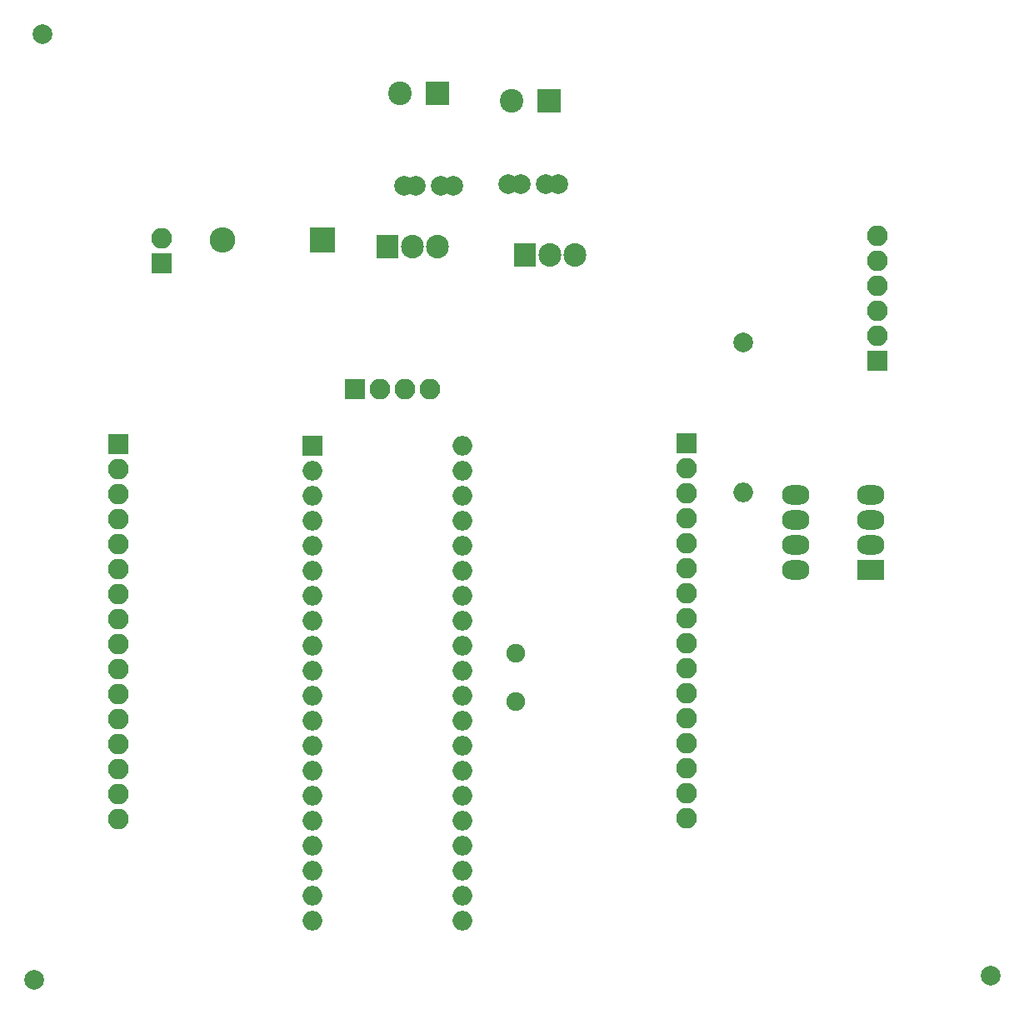
<source format=gbr>
G04 #@! TF.GenerationSoftware,KiCad,Pcbnew,(5.0.0-rc2-dev-444-g2974a2c10)*
G04 #@! TF.CreationDate,2018-07-07T21:15:36+02:00*
G04 #@! TF.ProjectId,propellor dev board,70726F70656C6C6F722064657620626F,rev?*
G04 #@! TF.SameCoordinates,Original*
G04 #@! TF.FileFunction,Soldermask,Top*
G04 #@! TF.FilePolarity,Negative*
%FSLAX46Y46*%
G04 Gerber Fmt 4.6, Leading zero omitted, Abs format (unit mm)*
G04 Created by KiCad (PCBNEW (5.0.0-rc2-dev-444-g2974a2c10)) date 07/07/18 21:15:36*
%MOMM*%
%LPD*%
G01*
G04 APERTURE LIST*
%ADD10C,2.000000*%
%ADD11R,2.600000X2.600000*%
%ADD12O,2.600000X2.600000*%
%ADD13R,2.100000X2.100000*%
%ADD14O,2.100000X2.100000*%
%ADD15O,2.000000X2.000000*%
%ADD16O,2.305000X2.400000*%
%ADD17R,2.305000X2.400000*%
%ADD18R,2.800000X2.000000*%
%ADD19O,2.800000X2.000000*%
%ADD20R,2.000000X2.000000*%
%ADD21C,1.900000*%
%ADD22R,2.400000X2.400000*%
%ADD23C,2.400000*%
G04 APERTURE END LIST*
D10*
X141422440Y-44190920D03*
X143922440Y-44190920D03*
X140172440Y-44190920D03*
X145172440Y-44190920D03*
X155825200Y-43997880D03*
X150825200Y-43997880D03*
X154575200Y-43997880D03*
X152075200Y-43997880D03*
D11*
X131876800Y-49662080D03*
D12*
X121716800Y-49662080D03*
D13*
X115570000Y-52070000D03*
D14*
X115570000Y-49530000D03*
X111137700Y-108546900D03*
X111137700Y-106006900D03*
X111137700Y-103466900D03*
X111137700Y-100926900D03*
X111137700Y-98386900D03*
X111137700Y-95846900D03*
X111137700Y-93306900D03*
X111137700Y-90766900D03*
X111137700Y-88226900D03*
X111137700Y-85686900D03*
X111137700Y-83146900D03*
X111137700Y-80606900D03*
X111137700Y-78066900D03*
X111137700Y-75526900D03*
X111137700Y-72986900D03*
D13*
X111137700Y-70446900D03*
X168892220Y-70380860D03*
D14*
X168892220Y-72920860D03*
X168892220Y-75460860D03*
X168892220Y-78000860D03*
X168892220Y-80540860D03*
X168892220Y-83080860D03*
X168892220Y-85620860D03*
X168892220Y-88160860D03*
X168892220Y-90700860D03*
X168892220Y-93240860D03*
X168892220Y-95780860D03*
X168892220Y-98320860D03*
X168892220Y-100860860D03*
X168892220Y-103400860D03*
X168892220Y-105940860D03*
X168892220Y-108480860D03*
D10*
X174645320Y-60119260D03*
D15*
X174645320Y-75359260D03*
D13*
X135229600Y-64841120D03*
D14*
X137769600Y-64841120D03*
X140309600Y-64841120D03*
X142849600Y-64841120D03*
D16*
X143555720Y-50378360D03*
X141015720Y-50378360D03*
D17*
X138475720Y-50378360D03*
X152463500Y-51244500D03*
D16*
X155003500Y-51244500D03*
X157543500Y-51244500D03*
D18*
X187637420Y-83245960D03*
D19*
X180017420Y-75625960D03*
X187637420Y-80705960D03*
X180017420Y-78165960D03*
X187637420Y-78165960D03*
X180017420Y-80705960D03*
X187637420Y-75625960D03*
X180017420Y-83245960D03*
D20*
X130898900Y-70624700D03*
D15*
X146138900Y-118884700D03*
X130898900Y-73164700D03*
X146138900Y-116344700D03*
X130898900Y-75704700D03*
X146138900Y-113804700D03*
X130898900Y-78244700D03*
X146138900Y-111264700D03*
X130898900Y-80784700D03*
X146138900Y-108724700D03*
X130898900Y-83324700D03*
X146138900Y-106184700D03*
X130898900Y-85864700D03*
X146138900Y-103644700D03*
X130898900Y-88404700D03*
X146138900Y-101104700D03*
X130898900Y-90944700D03*
X146138900Y-98564700D03*
X130898900Y-93484700D03*
X146138900Y-96024700D03*
X130898900Y-96024700D03*
X146138900Y-93484700D03*
X130898900Y-98564700D03*
X146138900Y-90944700D03*
X130898900Y-101104700D03*
X146138900Y-88404700D03*
X130898900Y-103644700D03*
X146138900Y-85864700D03*
X130898900Y-106184700D03*
X146138900Y-83324700D03*
X130898900Y-108724700D03*
X146138900Y-80784700D03*
X130898900Y-111264700D03*
X146138900Y-78244700D03*
X130898900Y-113804700D03*
X146138900Y-75704700D03*
X130898900Y-116344700D03*
X146138900Y-73164700D03*
X130898900Y-118884700D03*
X146138900Y-70624700D03*
D21*
X151574500Y-96570800D03*
X151574500Y-91670800D03*
D22*
X143591280Y-34808160D03*
D23*
X139791280Y-34808160D03*
X151099360Y-35554920D03*
D22*
X154899360Y-35554920D03*
D13*
X188280000Y-61990000D03*
D14*
X188280000Y-59450000D03*
X188280000Y-56910000D03*
X188280000Y-54370000D03*
X188280000Y-51830000D03*
X188280000Y-49290000D03*
D10*
X103441500Y-28765500D03*
X102616000Y-124904500D03*
X199771000Y-124460000D03*
M02*

</source>
